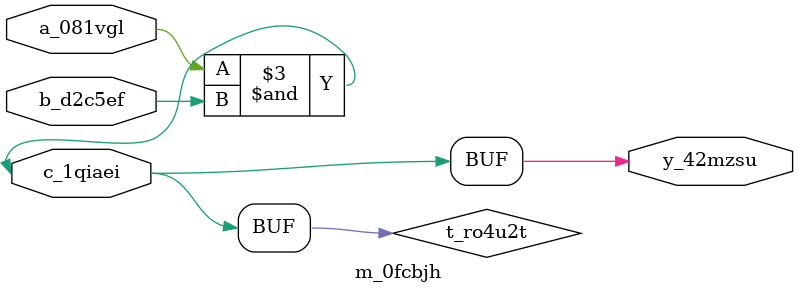
<source format=v>
module m_0fcbjh(input a_081vgl, input b_d2c5ef, input c_1qiaei, output y_42mzsu);
  wire w_trlqeg;
  assign w_trlqeg = a_07z4yz ^ b_eb0qnr;
  // harmless mux
  assign y_4zkp6z = a_07z4yz ? w_trlqeg : b_eb0qnr;
  wire t_ro4u2t;
  assign t_ro4u2t = a_081vgl & b_d2c5ef;
  assign t_ro4u2t = c_1qiaei;
  assign y_42mzsu = t_ro4u2t;
endmodule

</source>
